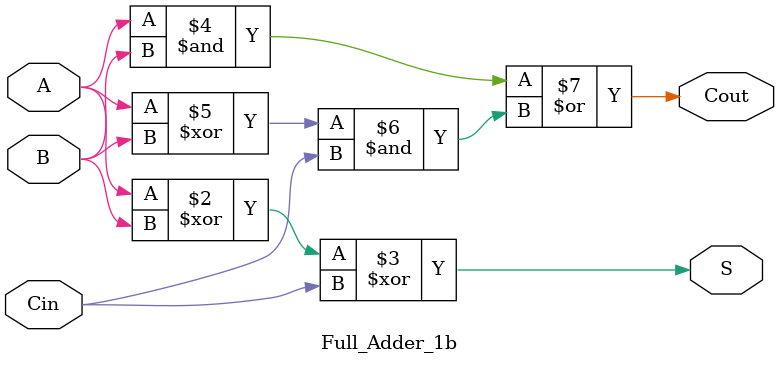
<source format=sv>
module Full_Adder_1b(input logic A,
                     B,
                     Cin,
                     output logic S,
                     Cout);
    
    always_comb begin
        S    = A ^ B ^ Cin;
        Cout = A & B | (A^B) & Cin;
    end
    
endmodule

</source>
